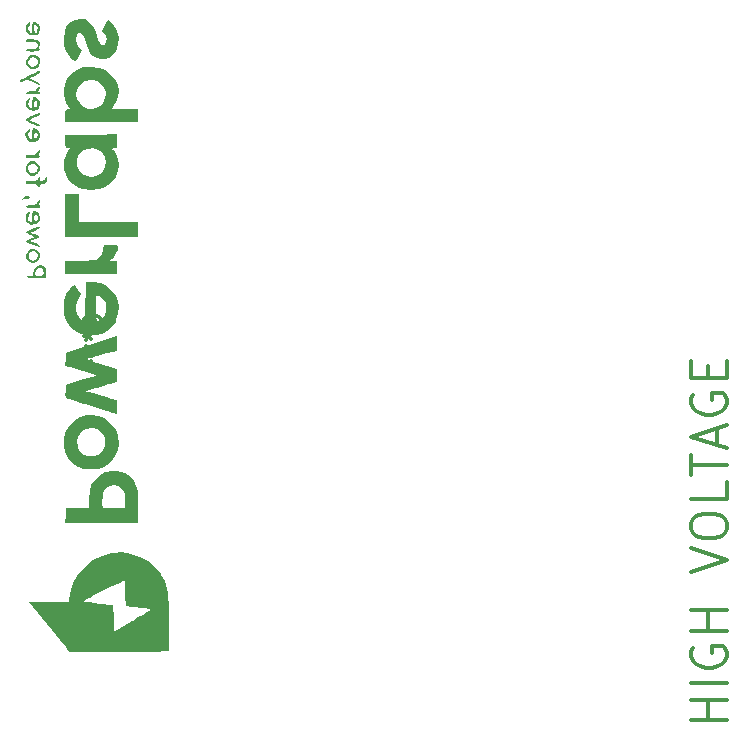
<source format=gbr>
%TF.GenerationSoftware,KiCad,Pcbnew,7.0.10*%
%TF.CreationDate,2024-02-03T01:06:53+01:00*%
%TF.ProjectId,Powerlabstech_Stool,506f7765-726c-4616-9273-746563685f53,rev?*%
%TF.SameCoordinates,Original*%
%TF.FileFunction,Legend,Bot*%
%TF.FilePolarity,Positive*%
%FSLAX46Y46*%
G04 Gerber Fmt 4.6, Leading zero omitted, Abs format (unit mm)*
G04 Created by KiCad (PCBNEW 7.0.10) date 2024-02-03 01:06:53*
%MOMM*%
%LPD*%
G01*
G04 APERTURE LIST*
%ADD10C,0.375000*%
%ADD11C,0.300000*%
G04 APERTURE END LIST*
D10*
X143113357Y-136499004D02*
X140113357Y-136499004D01*
X141541928Y-136499004D02*
X141541928Y-134784718D01*
X143113357Y-134784718D02*
X140113357Y-134784718D01*
X143113357Y-133356147D02*
X140113357Y-133356147D01*
X140256214Y-130356147D02*
X140113357Y-130641862D01*
X140113357Y-130641862D02*
X140113357Y-131070433D01*
X140113357Y-131070433D02*
X140256214Y-131499004D01*
X140256214Y-131499004D02*
X140541928Y-131784719D01*
X140541928Y-131784719D02*
X140827642Y-131927576D01*
X140827642Y-131927576D02*
X141399071Y-132070433D01*
X141399071Y-132070433D02*
X141827642Y-132070433D01*
X141827642Y-132070433D02*
X142399071Y-131927576D01*
X142399071Y-131927576D02*
X142684785Y-131784719D01*
X142684785Y-131784719D02*
X142970500Y-131499004D01*
X142970500Y-131499004D02*
X143113357Y-131070433D01*
X143113357Y-131070433D02*
X143113357Y-130784719D01*
X143113357Y-130784719D02*
X142970500Y-130356147D01*
X142970500Y-130356147D02*
X142827642Y-130213290D01*
X142827642Y-130213290D02*
X141827642Y-130213290D01*
X141827642Y-130213290D02*
X141827642Y-130784719D01*
X143113357Y-128927576D02*
X140113357Y-128927576D01*
X141541928Y-128927576D02*
X141541928Y-127213290D01*
X143113357Y-127213290D02*
X140113357Y-127213290D01*
X140113357Y-123927576D02*
X143113357Y-122927576D01*
X143113357Y-122927576D02*
X140113357Y-121927576D01*
X140113357Y-120356147D02*
X140113357Y-119784719D01*
X140113357Y-119784719D02*
X140256214Y-119499004D01*
X140256214Y-119499004D02*
X140541928Y-119213290D01*
X140541928Y-119213290D02*
X141113357Y-119070433D01*
X141113357Y-119070433D02*
X142113357Y-119070433D01*
X142113357Y-119070433D02*
X142684785Y-119213290D01*
X142684785Y-119213290D02*
X142970500Y-119499004D01*
X142970500Y-119499004D02*
X143113357Y-119784719D01*
X143113357Y-119784719D02*
X143113357Y-120356147D01*
X143113357Y-120356147D02*
X142970500Y-120641862D01*
X142970500Y-120641862D02*
X142684785Y-120927576D01*
X142684785Y-120927576D02*
X142113357Y-121070433D01*
X142113357Y-121070433D02*
X141113357Y-121070433D01*
X141113357Y-121070433D02*
X140541928Y-120927576D01*
X140541928Y-120927576D02*
X140256214Y-120641862D01*
X140256214Y-120641862D02*
X140113357Y-120356147D01*
X143113357Y-116356147D02*
X143113357Y-117784719D01*
X143113357Y-117784719D02*
X140113357Y-117784719D01*
X140113357Y-115784719D02*
X140113357Y-114070434D01*
X143113357Y-114927576D02*
X140113357Y-114927576D01*
X142256214Y-113213291D02*
X142256214Y-111784720D01*
X143113357Y-113499005D02*
X140113357Y-112499005D01*
X140113357Y-112499005D02*
X143113357Y-111499005D01*
X140256214Y-108927576D02*
X140113357Y-109213291D01*
X140113357Y-109213291D02*
X140113357Y-109641862D01*
X140113357Y-109641862D02*
X140256214Y-110070433D01*
X140256214Y-110070433D02*
X140541928Y-110356148D01*
X140541928Y-110356148D02*
X140827642Y-110499005D01*
X140827642Y-110499005D02*
X141399071Y-110641862D01*
X141399071Y-110641862D02*
X141827642Y-110641862D01*
X141827642Y-110641862D02*
X142399071Y-110499005D01*
X142399071Y-110499005D02*
X142684785Y-110356148D01*
X142684785Y-110356148D02*
X142970500Y-110070433D01*
X142970500Y-110070433D02*
X143113357Y-109641862D01*
X143113357Y-109641862D02*
X143113357Y-109356148D01*
X143113357Y-109356148D02*
X142970500Y-108927576D01*
X142970500Y-108927576D02*
X142827642Y-108784719D01*
X142827642Y-108784719D02*
X141827642Y-108784719D01*
X141827642Y-108784719D02*
X141827642Y-109356148D01*
X141541928Y-107499005D02*
X141541928Y-106499005D01*
X143113357Y-106070433D02*
X143113357Y-107499005D01*
X143113357Y-107499005D02*
X140113357Y-107499005D01*
X140113357Y-107499005D02*
X140113357Y-106070433D01*
D11*
X88739757Y-103068572D02*
X88668328Y-102925715D01*
X88668328Y-102925715D02*
X88668328Y-102711429D01*
X88668328Y-102711429D02*
X88739757Y-102497143D01*
X88739757Y-102497143D02*
X88882614Y-102354286D01*
X88882614Y-102354286D02*
X89025471Y-102282857D01*
X89025471Y-102282857D02*
X89311185Y-102211429D01*
X89311185Y-102211429D02*
X89525471Y-102211429D01*
X89525471Y-102211429D02*
X89811185Y-102282857D01*
X89811185Y-102282857D02*
X89954042Y-102354286D01*
X89954042Y-102354286D02*
X90096900Y-102497143D01*
X90096900Y-102497143D02*
X90168328Y-102711429D01*
X90168328Y-102711429D02*
X90168328Y-102854286D01*
X90168328Y-102854286D02*
X90096900Y-103068572D01*
X90096900Y-103068572D02*
X90025471Y-103140000D01*
X90025471Y-103140000D02*
X89525471Y-103140000D01*
X89525471Y-103140000D02*
X89525471Y-102854286D01*
X88668328Y-103997143D02*
X89025471Y-103997143D01*
X88882614Y-103640000D02*
X89025471Y-103997143D01*
X89025471Y-103997143D02*
X88882614Y-104354286D01*
X89311185Y-103782857D02*
X89025471Y-103997143D01*
X89025471Y-103997143D02*
X89311185Y-104211429D01*
X88668328Y-105140000D02*
X89025471Y-105140000D01*
X88882614Y-104782857D02*
X89025471Y-105140000D01*
X89025471Y-105140000D02*
X88882614Y-105497143D01*
X89311185Y-104925714D02*
X89025471Y-105140000D01*
X89025471Y-105140000D02*
X89311185Y-105354286D01*
X88668328Y-106282857D02*
X89025471Y-106282857D01*
X88882614Y-105925714D02*
X89025471Y-106282857D01*
X89025471Y-106282857D02*
X88882614Y-106640000D01*
X89311185Y-106068571D02*
X89025471Y-106282857D01*
X89025471Y-106282857D02*
X89311185Y-106497143D01*
%TO.C,G\u002A\u002A\u002A*%
G36*
X92672383Y-122406039D02*
G01*
X93412447Y-122666577D01*
X94096148Y-123053003D01*
X94694633Y-123552674D01*
X95179046Y-124152944D01*
X95197659Y-124181819D01*
X95379927Y-124478108D01*
X95525986Y-124754923D01*
X95640042Y-125035862D01*
X95726300Y-125344524D01*
X95788968Y-125704507D01*
X95832250Y-126139410D01*
X95860355Y-126672831D01*
X95877487Y-127328369D01*
X95887854Y-128129623D01*
X95888460Y-128195175D01*
X95892424Y-128810566D01*
X95893044Y-129371036D01*
X95890519Y-129853706D01*
X95885052Y-130235697D01*
X95876844Y-130494129D01*
X95866094Y-130606123D01*
X95844803Y-130626524D01*
X95768427Y-130650201D01*
X95625575Y-130669765D01*
X95403390Y-130685572D01*
X95089016Y-130697975D01*
X94669596Y-130707328D01*
X94132274Y-130713987D01*
X93464193Y-130718304D01*
X92652497Y-130720635D01*
X91684329Y-130721333D01*
X91225667Y-130721333D01*
X87546774Y-130721333D01*
X87298464Y-130446166D01*
X87297491Y-130445087D01*
X87177316Y-130305595D01*
X86967227Y-130055300D01*
X86683980Y-129714429D01*
X86344330Y-129303214D01*
X85965032Y-128841883D01*
X85562843Y-128350666D01*
X84075530Y-126530333D01*
X85760891Y-126507432D01*
X87446253Y-126484531D01*
X87452208Y-126447615D01*
X88669924Y-126447615D01*
X88670073Y-126479147D01*
X88732234Y-126487737D01*
X88751045Y-126488463D01*
X88916133Y-126503264D01*
X89205236Y-126534245D01*
X89583700Y-126577584D01*
X90016874Y-126629457D01*
X91178747Y-126771440D01*
X91202207Y-127890100D01*
X91225667Y-129008760D01*
X92741504Y-128133310D01*
X92858524Y-128065629D01*
X93308780Y-127803329D01*
X93704759Y-127569739D01*
X94023296Y-127378721D01*
X94241221Y-127244132D01*
X94335369Y-127179831D01*
X94335590Y-127179609D01*
X94333440Y-127131330D01*
X94217177Y-127086281D01*
X93973030Y-127041959D01*
X93587229Y-126995862D01*
X93046000Y-126945487D01*
X93004145Y-126941743D01*
X92687058Y-126902736D01*
X92437074Y-126854364D01*
X92305167Y-126806211D01*
X92271424Y-126753227D01*
X92230543Y-126559611D01*
X92206928Y-126222678D01*
X92199334Y-125729744D01*
X92195254Y-125353828D01*
X92183370Y-125020174D01*
X92165565Y-124784557D01*
X92143731Y-124682619D01*
X92121593Y-124682805D01*
X91973802Y-124735514D01*
X91708387Y-124852055D01*
X91347631Y-125022053D01*
X90913818Y-125235134D01*
X90429231Y-125480922D01*
X90075585Y-125663305D01*
X89561579Y-125930628D01*
X89177616Y-126134649D01*
X88910090Y-126283439D01*
X88745395Y-126385070D01*
X88669924Y-126447615D01*
X87452208Y-126447615D01*
X87549737Y-125843034D01*
X87615825Y-125513229D01*
X87886962Y-124727315D01*
X88295483Y-124024790D01*
X88827378Y-123419816D01*
X89468637Y-122926554D01*
X90205250Y-122559168D01*
X91023208Y-122331817D01*
X91138586Y-122313203D01*
X91904812Y-122284033D01*
X92672383Y-122406039D01*
G37*
G36*
X91522000Y-104600041D02*
G01*
X91522000Y-105211176D01*
X90315500Y-105533864D01*
X90132516Y-105583135D01*
X89714656Y-105698236D01*
X89363185Y-105798605D01*
X89110575Y-105874848D01*
X88989298Y-105917570D01*
X88974149Y-105957719D01*
X89096015Y-106030369D01*
X89370298Y-106121954D01*
X89494399Y-106157890D01*
X89854236Y-106264330D01*
X90277472Y-106391646D01*
X90696500Y-106519568D01*
X91522000Y-106773816D01*
X91522000Y-107309328D01*
X91522000Y-107844840D01*
X90908167Y-108027521D01*
X90761479Y-108071191D01*
X90157521Y-108251485D01*
X89695284Y-108390629D01*
X89357621Y-108494036D01*
X89127385Y-108567123D01*
X88987430Y-108615304D01*
X88920608Y-108643994D01*
X88909773Y-108658607D01*
X88960064Y-108677429D01*
X89145332Y-108734157D01*
X89432627Y-108817069D01*
X89786334Y-108915716D01*
X89997498Y-108973796D01*
X90416872Y-109089477D01*
X90797661Y-109194906D01*
X91077500Y-109272833D01*
X91522000Y-109397349D01*
X91522000Y-109984008D01*
X91521999Y-109987349D01*
X91510626Y-110285044D01*
X91480768Y-110492668D01*
X91438083Y-110570666D01*
X91428273Y-110569859D01*
X91289471Y-110536177D01*
X91044582Y-110462890D01*
X90739583Y-110363625D01*
X90649435Y-110333568D01*
X90298290Y-110219391D01*
X89850031Y-110076534D01*
X89352866Y-109920285D01*
X88855000Y-109765932D01*
X88621823Y-109693900D01*
X88181646Y-109556240D01*
X87799636Y-109434632D01*
X87510406Y-109340152D01*
X87348567Y-109283877D01*
X87304799Y-109266564D01*
X87196787Y-109206644D01*
X87142559Y-109111682D01*
X87127475Y-108937011D01*
X87136900Y-108637961D01*
X87161667Y-108083449D01*
X88389334Y-107717520D01*
X88604775Y-107653272D01*
X89015366Y-107530638D01*
X89355251Y-107428871D01*
X89593899Y-107357121D01*
X89700781Y-107324536D01*
X89706257Y-107318761D01*
X89631259Y-107273478D01*
X89435156Y-107198763D01*
X89150447Y-107107438D01*
X89130483Y-107101454D01*
X88717249Y-106977439D01*
X88245732Y-106835708D01*
X87814108Y-106705772D01*
X87111882Y-106494147D01*
X87136775Y-105934870D01*
X87161667Y-105375594D01*
X89341834Y-104682249D01*
X91522000Y-103988905D01*
X91522000Y-104600041D01*
G37*
G36*
X88664303Y-77132676D02*
G01*
X88872438Y-77169053D01*
X89038062Y-77263980D01*
X89231286Y-77444833D01*
X89311070Y-77530544D01*
X89481623Y-77768436D01*
X89627487Y-78075703D01*
X89773827Y-78501348D01*
X89780641Y-78523264D01*
X89919549Y-78918738D01*
X90048801Y-79193065D01*
X90157806Y-79323567D01*
X90193139Y-79340352D01*
X90375989Y-79351067D01*
X90512538Y-79240490D01*
X90593247Y-79046482D01*
X90608580Y-78806902D01*
X90548997Y-78559614D01*
X90404962Y-78342477D01*
X90191420Y-78128934D01*
X90439736Y-77670467D01*
X90561262Y-77458909D01*
X90680000Y-77280545D01*
X90749177Y-77212000D01*
X90766277Y-77215182D01*
X90891940Y-77303609D01*
X91066375Y-77481547D01*
X91253303Y-77706082D01*
X91416446Y-77934298D01*
X91519525Y-78123280D01*
X91585167Y-78363915D01*
X91626728Y-78780904D01*
X91609153Y-79219136D01*
X91531776Y-79598248D01*
X91483080Y-79709795D01*
X91311774Y-79972487D01*
X91093700Y-80212081D01*
X90951707Y-80334750D01*
X90766890Y-80452387D01*
X90562211Y-80503110D01*
X90263175Y-80514000D01*
X90119154Y-80509627D01*
X89765371Y-80443551D01*
X89480795Y-80283368D01*
X89247435Y-80010276D01*
X89047301Y-79605476D01*
X88862401Y-79050165D01*
X88792556Y-78838537D01*
X88639512Y-78521932D01*
X88474584Y-78329787D01*
X88313703Y-78271287D01*
X88172798Y-78355619D01*
X88067801Y-78591968D01*
X88025086Y-78870253D01*
X88088944Y-79243835D01*
X88310981Y-79563079D01*
X88552299Y-79799012D01*
X88299770Y-80241172D01*
X88178207Y-80439107D01*
X88048501Y-80615414D01*
X87967234Y-80683333D01*
X87925181Y-80668970D01*
X87775635Y-80571883D01*
X87579795Y-80413405D01*
X87536207Y-80374382D01*
X87310385Y-80127525D01*
X87155083Y-79843263D01*
X87032634Y-79455666D01*
X87018233Y-79396370D01*
X86965715Y-78799570D01*
X87078153Y-78179867D01*
X87095229Y-78125924D01*
X87300387Y-77669883D01*
X87578417Y-77359952D01*
X87945579Y-77183359D01*
X88418133Y-77127333D01*
X88664303Y-77132676D01*
G37*
G36*
X91521999Y-87477833D02*
G01*
X91521763Y-87602231D01*
X91514283Y-87854178D01*
X91485826Y-87987638D01*
X91422480Y-88040169D01*
X91310334Y-88049333D01*
X91171123Y-88070354D01*
X91098667Y-88134000D01*
X91100587Y-88153797D01*
X91167743Y-88218666D01*
X91201667Y-88238589D01*
X91307050Y-88366901D01*
X91436994Y-88574829D01*
X91589753Y-88969041D01*
X91650695Y-89473746D01*
X91593406Y-89980743D01*
X91418507Y-90427673D01*
X91387750Y-90478609D01*
X90985103Y-90980879D01*
X90492016Y-91346667D01*
X89926866Y-91568510D01*
X89330574Y-91636378D01*
X89308027Y-91638944D01*
X88653876Y-91550507D01*
X88279944Y-91422981D01*
X87764957Y-91110055D01*
X87358243Y-90668653D01*
X87066901Y-90105243D01*
X87008520Y-89894222D01*
X86983920Y-89413640D01*
X87037693Y-89131918D01*
X88078706Y-89131918D01*
X88105640Y-89545078D01*
X88253427Y-89929408D01*
X88514955Y-90234456D01*
X88556371Y-90265813D01*
X88938460Y-90457130D01*
X89330574Y-90506446D01*
X89707176Y-90432008D01*
X90042731Y-90252061D01*
X90311701Y-89984850D01*
X90488551Y-89648619D01*
X90547744Y-89261616D01*
X90463744Y-88842084D01*
X90449063Y-88805058D01*
X90219039Y-88437564D01*
X89881295Y-88198446D01*
X89429493Y-88083052D01*
X89007570Y-88101145D01*
X88601956Y-88264914D01*
X88280209Y-88568828D01*
X88179734Y-88740382D01*
X88078706Y-89131918D01*
X87037693Y-89131918D01*
X87079414Y-88913333D01*
X87287246Y-88451500D01*
X87535673Y-88049333D01*
X87327503Y-88049333D01*
X87296091Y-88049048D01*
X87197068Y-88031693D01*
X87144242Y-87959721D01*
X87123151Y-87794900D01*
X87119334Y-87499000D01*
X87119334Y-86948666D01*
X87563834Y-86943306D01*
X87585753Y-86943047D01*
X87828650Y-86940450D01*
X88202046Y-86936733D01*
X88671934Y-86932225D01*
X89204309Y-86927251D01*
X89765165Y-86922139D01*
X91521997Y-86906333D01*
X91521999Y-87477833D01*
G37*
G36*
X89555409Y-99410739D02*
G01*
X90130439Y-99524334D01*
X90655590Y-99776344D01*
X91098376Y-100148449D01*
X91426310Y-100622333D01*
X91565878Y-101002522D01*
X91642433Y-101555860D01*
X91600910Y-102119603D01*
X91440852Y-102630684D01*
X91378567Y-102749538D01*
X91074528Y-103162915D01*
X90683255Y-103524967D01*
X90263817Y-103778112D01*
X90064821Y-103844021D01*
X89845162Y-103877626D01*
X89630270Y-103910501D01*
X89145633Y-103915194D01*
X88678986Y-103859282D01*
X88298402Y-103743949D01*
X88084226Y-103631153D01*
X87613558Y-103256749D01*
X87258785Y-102774743D01*
X87042421Y-102212585D01*
X86965902Y-101602200D01*
X87022051Y-100995459D01*
X87207525Y-100443911D01*
X87514964Y-99982288D01*
X87634777Y-99855267D01*
X87793309Y-99706604D01*
X87883141Y-99648666D01*
X87928997Y-99681629D01*
X88042620Y-99826075D01*
X88183020Y-100046438D01*
X88416130Y-100444210D01*
X88233398Y-100761712D01*
X88100526Y-101090284D01*
X88050667Y-101545290D01*
X88058362Y-101788195D01*
X88119691Y-102127180D01*
X88259835Y-102378851D01*
X88499655Y-102591833D01*
X88770334Y-102783333D01*
X88812667Y-101110166D01*
X88828333Y-100490985D01*
X89744000Y-100490985D01*
X89744000Y-101628232D01*
X89744008Y-101688363D01*
X89745532Y-102127712D01*
X89752460Y-102426155D01*
X89768740Y-102609211D01*
X89798324Y-102702397D01*
X89845162Y-102731232D01*
X89913203Y-102721233D01*
X89963941Y-102700779D01*
X90144031Y-102575135D01*
X90336537Y-102387546D01*
X90353149Y-102368474D01*
X90503558Y-102160901D01*
X90573504Y-101947241D01*
X90590667Y-101646805D01*
X90590300Y-101607547D01*
X90522115Y-101184257D01*
X90326724Y-100862334D01*
X89990525Y-100618467D01*
X89744000Y-100490985D01*
X88828333Y-100490985D01*
X88855000Y-99437000D01*
X89277005Y-99410384D01*
X89555409Y-99410739D01*
G37*
G36*
X89341055Y-81162753D02*
G01*
X89987946Y-81242959D01*
X90547460Y-81468110D01*
X91021428Y-81839231D01*
X91411682Y-82357348D01*
X91564425Y-82722428D01*
X91636318Y-83211508D01*
X91594495Y-83713816D01*
X91444028Y-84179032D01*
X91189989Y-84556833D01*
X91007404Y-84747333D01*
X92153702Y-84747333D01*
X93300000Y-84747333D01*
X93300000Y-85297666D01*
X93300000Y-85848000D01*
X90209667Y-85848000D01*
X89460857Y-85848000D01*
X87119334Y-85848000D01*
X87119334Y-85297666D01*
X87119466Y-85203027D01*
X87126267Y-84946253D01*
X87154282Y-84810227D01*
X87218406Y-84756678D01*
X87333535Y-84747333D01*
X87547737Y-84747333D01*
X87371059Y-84508364D01*
X87349249Y-84477700D01*
X87198160Y-84219170D01*
X87070854Y-83936864D01*
X86991525Y-83578598D01*
X86990492Y-83519666D01*
X88050930Y-83519666D01*
X88051802Y-83554905D01*
X88133031Y-83906064D01*
X88317906Y-84252024D01*
X88565997Y-84514682D01*
X88667705Y-84580442D01*
X89050863Y-84713615D01*
X89460857Y-84716701D01*
X89854700Y-84600404D01*
X90189403Y-84375431D01*
X90421978Y-84052486D01*
X90505382Y-83854138D01*
X90574566Y-83575082D01*
X90547513Y-83313530D01*
X90424397Y-82992249D01*
X90244683Y-82707446D01*
X89934233Y-82449752D01*
X89565500Y-82312268D01*
X89173044Y-82295323D01*
X88791429Y-82399247D01*
X88455215Y-82624370D01*
X88198965Y-82971021D01*
X88185860Y-82998100D01*
X88090142Y-83269874D01*
X88050930Y-83519666D01*
X86990492Y-83519666D01*
X86984283Y-83165610D01*
X87056840Y-82755664D01*
X87282658Y-82227303D01*
X87635517Y-81788275D01*
X88097616Y-81454122D01*
X88651156Y-81240386D01*
X89278334Y-81162610D01*
X89341055Y-81162753D01*
G37*
G36*
X89951076Y-110736337D02*
G01*
X90447609Y-110937780D01*
X90525375Y-110985009D01*
X91018479Y-111386939D01*
X91369802Y-111879833D01*
X91575549Y-112456729D01*
X91631927Y-113110666D01*
X91559696Y-113628897D01*
X91332157Y-114175106D01*
X90954477Y-114647764D01*
X90430888Y-115040069D01*
X90385374Y-115066478D01*
X90172763Y-115173054D01*
X89962536Y-115234432D01*
X89697552Y-115262376D01*
X89466864Y-115266217D01*
X89320667Y-115268651D01*
X89076457Y-115265313D01*
X88739336Y-115240696D01*
X88486071Y-115184180D01*
X88262334Y-115086410D01*
X88187183Y-115045112D01*
X87705312Y-114704853D01*
X87354478Y-114290473D01*
X87104005Y-113767031D01*
X87077748Y-113690226D01*
X86987111Y-113273139D01*
X86989558Y-112932500D01*
X88120014Y-112932500D01*
X88149755Y-113329964D01*
X88187405Y-113446955D01*
X88395347Y-113780408D01*
X88701375Y-114014068D01*
X89070283Y-114140005D01*
X89466864Y-114150291D01*
X89855910Y-114036997D01*
X90202216Y-113792195D01*
X90338879Y-113641809D01*
X90420905Y-113489658D01*
X90456152Y-113287400D01*
X90463667Y-112975533D01*
X90463561Y-112906706D01*
X90454246Y-112626147D01*
X90414100Y-112443906D01*
X90321042Y-112300292D01*
X90152994Y-112135611D01*
X90062192Y-112059927D01*
X89789350Y-111888562D01*
X89535509Y-111793343D01*
X89262740Y-111783613D01*
X88897291Y-111864864D01*
X88567558Y-112027222D01*
X88338854Y-112245982D01*
X88207592Y-112515733D01*
X88120014Y-112932500D01*
X86989558Y-112932500D01*
X86990373Y-112819022D01*
X86993040Y-112790732D01*
X87130532Y-112159821D01*
X87408038Y-111624042D01*
X87824187Y-111185347D01*
X88377607Y-110845687D01*
X88830337Y-110701051D01*
X89392525Y-110656562D01*
X89951076Y-110736337D01*
G37*
G36*
X91615346Y-115414708D02*
G01*
X91867217Y-115477542D01*
X92158026Y-115605126D01*
X92555174Y-115863242D01*
X92937725Y-116290241D01*
X93201905Y-116827467D01*
X93209460Y-116852775D01*
X93246388Y-117082574D01*
X93274980Y-117446407D01*
X93293447Y-117914557D01*
X93300000Y-118457301D01*
X93300000Y-119799333D01*
X91266400Y-119799333D01*
X90205958Y-119799333D01*
X87111915Y-119799333D01*
X87136791Y-119185500D01*
X87161667Y-118571666D01*
X88135334Y-118571666D01*
X89109000Y-118571666D01*
X89125322Y-118226257D01*
X90253119Y-118226257D01*
X90272515Y-118447828D01*
X90315500Y-118550995D01*
X90378866Y-118560518D01*
X90584746Y-118570677D01*
X90893399Y-118576576D01*
X91266400Y-118577158D01*
X92153800Y-118571666D01*
X92158460Y-118012372D01*
X92158556Y-117876812D01*
X92135347Y-117438577D01*
X92066719Y-117125989D01*
X91942266Y-116906715D01*
X91751577Y-116748425D01*
X91606949Y-116674456D01*
X91237088Y-116594469D01*
X90881533Y-116652035D01*
X90580032Y-116836007D01*
X90372331Y-117135237D01*
X90372111Y-117135765D01*
X90316810Y-117341038D01*
X90277233Y-117623872D01*
X90255348Y-117935275D01*
X90253119Y-118226257D01*
X89125322Y-118226257D01*
X89151334Y-117675802D01*
X89173430Y-117283329D01*
X89204609Y-116982612D01*
X89253962Y-116760675D01*
X89332167Y-116570660D01*
X89449905Y-116365707D01*
X89606641Y-116142216D01*
X90013827Y-115758387D01*
X90513688Y-115515248D01*
X91110427Y-115410382D01*
X91321766Y-115401633D01*
X91615346Y-115414708D01*
G37*
G36*
X84515834Y-86399985D02*
G01*
X84614441Y-86435762D01*
X84848263Y-86607546D01*
X84967564Y-86837665D01*
X84976807Y-87086048D01*
X84880457Y-87312619D01*
X84682978Y-87477307D01*
X84535049Y-87508855D01*
X84388834Y-87540037D01*
X84168841Y-87523334D01*
X83979243Y-87437166D01*
X83833839Y-87245000D01*
X83778026Y-87121872D01*
X83735242Y-86936880D01*
X83737744Y-86902921D01*
X83799046Y-86742747D01*
X83911231Y-86582115D01*
X84032712Y-86471967D01*
X84121901Y-86463244D01*
X84141022Y-86510473D01*
X84086856Y-86628344D01*
X84036693Y-86697844D01*
X83989367Y-86901377D01*
X84019737Y-87122208D01*
X84113812Y-87299395D01*
X84257600Y-87372000D01*
X84288784Y-87313948D01*
X84315186Y-87127922D01*
X84320339Y-86991000D01*
X84494667Y-86991000D01*
X84496513Y-87104644D01*
X84510957Y-87296259D01*
X84535049Y-87372000D01*
X84601385Y-87313633D01*
X84710399Y-87166011D01*
X84722038Y-87147932D01*
X84798373Y-86959802D01*
X84751706Y-86785011D01*
X84675628Y-86676178D01*
X84576355Y-86610000D01*
X84551947Y-86627476D01*
X84510893Y-86763772D01*
X84494667Y-86991000D01*
X84320339Y-86991000D01*
X84325334Y-86858294D01*
X84325350Y-86823649D01*
X84330229Y-86556555D01*
X84353891Y-86420278D01*
X84410903Y-86379771D01*
X84515834Y-86399985D01*
G37*
G36*
X84542220Y-93385694D02*
G01*
X84773700Y-93479016D01*
X84926555Y-93673844D01*
X84987406Y-93922760D01*
X84942874Y-94178347D01*
X84779582Y-94393188D01*
X84576355Y-94503467D01*
X84538914Y-94523784D01*
X84247094Y-94549795D01*
X83992270Y-94440229D01*
X83816102Y-94203298D01*
X83771360Y-93970384D01*
X83822079Y-93692658D01*
X83969158Y-93486236D01*
X83999446Y-93465598D01*
X84118534Y-93445033D01*
X84156494Y-93527389D01*
X84080859Y-93661675D01*
X84068688Y-93676651D01*
X84017151Y-93812504D01*
X83987320Y-93997229D01*
X83986519Y-94160003D01*
X84022076Y-94230000D01*
X84056441Y-94236563D01*
X84191409Y-94281392D01*
X84228950Y-94291842D01*
X84289392Y-94261728D01*
X84318072Y-94128032D01*
X84322161Y-93976000D01*
X84494667Y-93976000D01*
X84496749Y-94051891D01*
X84525200Y-94239547D01*
X84576355Y-94314666D01*
X84675179Y-94249506D01*
X84772947Y-94096577D01*
X84817785Y-93933666D01*
X84794774Y-93844670D01*
X84691356Y-93703456D01*
X84568967Y-93637333D01*
X84552329Y-93645951D01*
X84511151Y-93763895D01*
X84494667Y-93976000D01*
X84322161Y-93976000D01*
X84325334Y-93858058D01*
X84327405Y-93681215D01*
X84346525Y-93489177D01*
X84397545Y-93403157D01*
X84494667Y-93383333D01*
X84542220Y-93385694D01*
G37*
G36*
X84576081Y-83753459D02*
G01*
X84778657Y-83890946D01*
X84938061Y-84104392D01*
X85002667Y-84335460D01*
X84996803Y-84422604D01*
X84894898Y-84674074D01*
X84698066Y-84836902D01*
X84563214Y-84873964D01*
X84447871Y-84905665D01*
X84185875Y-84874940D01*
X83953641Y-84739304D01*
X83792733Y-84493333D01*
X83746976Y-84308937D01*
X83786925Y-84134418D01*
X83941658Y-83926554D01*
X84038837Y-83822566D01*
X84127063Y-83765514D01*
X84153325Y-83832170D01*
X84144248Y-83906968D01*
X84071334Y-84027666D01*
X84001103Y-84127857D01*
X83985469Y-84323645D01*
X84040469Y-84527170D01*
X84156000Y-84662666D01*
X84162044Y-84665888D01*
X84252871Y-84701653D01*
X84301744Y-84664369D01*
X84321591Y-84521950D01*
X84324241Y-84324000D01*
X84494667Y-84324000D01*
X84507275Y-84498639D01*
X84563214Y-84640647D01*
X84647346Y-84635481D01*
X84741391Y-84472166D01*
X84754041Y-84431786D01*
X84759687Y-84229121D01*
X84692769Y-84057621D01*
X84576355Y-83985333D01*
X84558050Y-83993963D01*
X84512786Y-84111917D01*
X84494667Y-84324000D01*
X84324241Y-84324000D01*
X84325334Y-84242312D01*
X84326730Y-84094034D01*
X84343458Y-83868489D01*
X84387205Y-83759611D01*
X84468044Y-83731333D01*
X84576081Y-83753459D01*
G37*
G36*
X84986434Y-94759279D02*
G01*
X85002667Y-94816749D01*
X84964514Y-94863027D01*
X84805330Y-94956058D01*
X84564403Y-95058986D01*
X84126140Y-95222473D01*
X84564403Y-95368041D01*
X84740309Y-95432477D01*
X84929281Y-95521050D01*
X85002667Y-95584666D01*
X84963586Y-95626701D01*
X84802134Y-95710598D01*
X84558167Y-95803375D01*
X84113667Y-95951026D01*
X84531801Y-96090915D01*
X84611821Y-96119790D01*
X84827496Y-96221188D01*
X84972326Y-96322423D01*
X85018527Y-96400228D01*
X84938311Y-96431333D01*
X84886419Y-96422499D01*
X84701057Y-96370261D01*
X84444989Y-96287605D01*
X84174395Y-96193667D01*
X83945458Y-96107585D01*
X83814360Y-96048495D01*
X83803916Y-96041638D01*
X83765211Y-95949568D01*
X83886393Y-95847667D01*
X84159555Y-95742932D01*
X84239054Y-95717262D01*
X84421712Y-95639874D01*
X84494667Y-95577831D01*
X84487973Y-95562485D01*
X84378433Y-95490744D01*
X84177167Y-95411671D01*
X84098244Y-95385536D01*
X83869888Y-95287646D01*
X83788866Y-95195037D01*
X83860005Y-95098868D01*
X84088132Y-94990300D01*
X84478072Y-94860491D01*
X84750110Y-94781081D01*
X84914078Y-94746404D01*
X84986434Y-94759279D01*
G37*
G36*
X84649020Y-77423816D02*
G01*
X84833334Y-77550666D01*
X84846458Y-77564152D01*
X84985921Y-77807573D01*
X84988313Y-78058512D01*
X84878911Y-78283715D01*
X84682994Y-78449927D01*
X84609812Y-78470976D01*
X84425838Y-78523892D01*
X84132723Y-78472358D01*
X83942265Y-78352190D01*
X83814991Y-78193368D01*
X83761578Y-78032274D01*
X83759519Y-77778622D01*
X83894712Y-77538880D01*
X83978757Y-77453766D01*
X84100819Y-77404051D01*
X84150686Y-77472109D01*
X84089295Y-77638035D01*
X84032162Y-77750706D01*
X83993972Y-78006760D01*
X84088267Y-78211066D01*
X84183072Y-78288963D01*
X84268400Y-78285355D01*
X84312674Y-78142866D01*
X84322273Y-77918544D01*
X84494667Y-77918544D01*
X84498633Y-78042651D01*
X84537433Y-78249747D01*
X84609812Y-78316340D01*
X84706137Y-78228318D01*
X84751956Y-78137460D01*
X84778726Y-77883941D01*
X84657709Y-77671972D01*
X84586329Y-77610476D01*
X84523118Y-77590301D01*
X84498708Y-77683699D01*
X84494667Y-77918544D01*
X84322273Y-77918544D01*
X84325334Y-77847000D01*
X84327140Y-77683631D01*
X84345832Y-77488935D01*
X84396810Y-77401545D01*
X84494667Y-77381333D01*
X84649020Y-77423816D01*
G37*
G36*
X84961091Y-90542480D02*
G01*
X85002667Y-90708407D01*
X85003901Y-90757048D01*
X85046892Y-90870032D01*
X85183281Y-90864915D01*
X85296673Y-90807551D01*
X85404822Y-90661175D01*
X85406496Y-90654919D01*
X85481544Y-90519874D01*
X85559421Y-90537697D01*
X85595334Y-90699400D01*
X85576663Y-90839947D01*
X85443143Y-91029769D01*
X85197400Y-91097333D01*
X85075282Y-91121627D01*
X85002667Y-91224333D01*
X84987916Y-91283560D01*
X84875667Y-91351333D01*
X84816440Y-91336582D01*
X84748667Y-91224333D01*
X84712946Y-91151546D01*
X84573120Y-91109395D01*
X84297112Y-91097333D01*
X84121154Y-91093236D01*
X83900253Y-91073592D01*
X83791413Y-91043191D01*
X83764960Y-90991222D01*
X83807984Y-90889942D01*
X83929552Y-90851119D01*
X83956831Y-90853390D01*
X84134055Y-90856924D01*
X84378959Y-90853365D01*
X84540370Y-90842172D01*
X84702809Y-90788943D01*
X84773199Y-90674000D01*
X84783646Y-90639263D01*
X84870843Y-90516847D01*
X84961091Y-90542480D01*
G37*
G36*
X85054942Y-97964677D02*
G01*
X85293144Y-98089721D01*
X85452542Y-98337412D01*
X85510667Y-98678298D01*
X85510667Y-99056000D01*
X84920658Y-99056000D01*
X84678112Y-99056000D01*
X84451465Y-99053645D01*
X84125325Y-99040898D01*
X83888573Y-99019573D01*
X83781169Y-98992500D01*
X83776532Y-98974751D01*
X83865359Y-98932131D01*
X84063391Y-98902965D01*
X84143428Y-98896430D01*
X84323518Y-98863029D01*
X84396378Y-98781673D01*
X84401993Y-98711767D01*
X84579334Y-98711767D01*
X84600035Y-98817267D01*
X84698742Y-98873161D01*
X84920658Y-98886666D01*
X85033907Y-98881825D01*
X85256063Y-98813404D01*
X85333279Y-98659822D01*
X85269613Y-98415601D01*
X85203111Y-98316901D01*
X85020899Y-98215847D01*
X84820580Y-98233056D01*
X84666979Y-98373100D01*
X84619883Y-98488682D01*
X84579334Y-98711767D01*
X84401993Y-98711767D01*
X84410000Y-98612089D01*
X84426450Y-98478197D01*
X84543361Y-98222825D01*
X84735598Y-98030983D01*
X84959128Y-97955333D01*
X85054942Y-97964677D01*
G37*
G36*
X84399488Y-78828914D02*
G01*
X84632531Y-78871945D01*
X84814495Y-78952467D01*
X84963165Y-79137659D01*
X84996070Y-79365929D01*
X84901067Y-79565733D01*
X84843351Y-79642702D01*
X84908123Y-79667333D01*
X84950592Y-79676906D01*
X84982521Y-79770106D01*
X84966921Y-79792682D01*
X84831222Y-79849734D01*
X84604183Y-79884557D01*
X84337539Y-79896413D01*
X84083027Y-79884562D01*
X83892380Y-79848262D01*
X83817334Y-79786774D01*
X83822983Y-79756136D01*
X83927183Y-79688101D01*
X84177167Y-79666037D01*
X84229226Y-79665510D01*
X84510124Y-79638800D01*
X84675393Y-79557705D01*
X84769393Y-79402484D01*
X84779240Y-79371205D01*
X84751619Y-79207821D01*
X84570051Y-79108295D01*
X84237845Y-79074666D01*
X84118790Y-79072210D01*
X83901851Y-79052849D01*
X83791413Y-79020524D01*
X83762042Y-78978106D01*
X83796643Y-78897968D01*
X83941268Y-78844604D01*
X84155642Y-78820693D01*
X84399488Y-78828914D01*
G37*
G36*
X84755382Y-80265304D02*
G01*
X84933976Y-80463678D01*
X85002667Y-80752035D01*
X84997265Y-80839415D01*
X84896979Y-81103657D01*
X84701489Y-81277155D01*
X84452057Y-81353591D01*
X84300831Y-81338045D01*
X84189946Y-81326646D01*
X83956417Y-81189999D01*
X83792733Y-80937333D01*
X83783049Y-80902118D01*
X83996868Y-80902118D01*
X84088267Y-81089733D01*
X84096736Y-81097915D01*
X84300831Y-81188248D01*
X84527345Y-81145188D01*
X84714120Y-80979666D01*
X84789213Y-80852338D01*
X84803702Y-80722043D01*
X84714120Y-80556333D01*
X84599124Y-80421076D01*
X84402855Y-80350602D01*
X84150434Y-80432312D01*
X84087413Y-80482991D01*
X83999079Y-80673472D01*
X83996868Y-80902118D01*
X83783049Y-80902118D01*
X83749365Y-80779628D01*
X83776125Y-80597884D01*
X83923167Y-80396071D01*
X83972386Y-80346007D01*
X84233366Y-80192876D01*
X84508105Y-80170506D01*
X84755382Y-80265304D01*
G37*
G36*
X84755295Y-96702301D02*
G01*
X84933984Y-96910154D01*
X85002667Y-97209298D01*
X84993003Y-97315529D01*
X84877203Y-97562953D01*
X84665912Y-97725911D01*
X84404036Y-97789896D01*
X84371403Y-97783859D01*
X84136478Y-97740400D01*
X83908146Y-97562915D01*
X83760809Y-97307085D01*
X83762132Y-97167052D01*
X84002834Y-97167052D01*
X84041739Y-97417062D01*
X84179642Y-97569163D01*
X84371403Y-97612745D01*
X84571878Y-97537195D01*
X84735927Y-97331904D01*
X84795678Y-97188050D01*
X84790820Y-97054652D01*
X84675047Y-96912750D01*
X84623233Y-96863893D01*
X84464062Y-96781546D01*
X84263662Y-96818041D01*
X84245272Y-96824701D01*
X84070066Y-96944216D01*
X84003510Y-97159740D01*
X84002834Y-97167052D01*
X83762132Y-97167052D01*
X83763053Y-97069591D01*
X83923167Y-96821405D01*
X83969578Y-96773947D01*
X84232052Y-96619451D01*
X84507637Y-96600484D01*
X84755295Y-96702301D01*
G37*
G36*
X84954813Y-81536001D02*
G01*
X85002667Y-81615586D01*
X84951320Y-81679775D01*
X84783106Y-81795915D01*
X84538404Y-81928869D01*
X84074141Y-82156565D01*
X84514363Y-82342659D01*
X84697160Y-82426985D01*
X84895914Y-82540114D01*
X84985682Y-82622043D01*
X84988039Y-82629471D01*
X84981606Y-82697762D01*
X84888419Y-82700944D01*
X84687291Y-82634728D01*
X84357036Y-82494828D01*
X84181250Y-82419529D01*
X83945268Y-82339528D01*
X83770316Y-82325466D01*
X83599656Y-82367828D01*
X83589748Y-82371374D01*
X83393011Y-82435029D01*
X83275100Y-82461333D01*
X83253777Y-82454669D01*
X83242622Y-82365135D01*
X83271344Y-82336743D01*
X83422270Y-82242673D01*
X83667421Y-82109873D01*
X83967729Y-81957473D01*
X84284127Y-81804601D01*
X84577544Y-81670388D01*
X84808914Y-81573962D01*
X84939167Y-81534452D01*
X84954813Y-81536001D01*
G37*
G36*
X84531775Y-89198587D02*
G01*
X84585391Y-89214285D01*
X84837554Y-89373832D01*
X84969961Y-89618000D01*
X84970532Y-89905968D01*
X84827189Y-90196915D01*
X84747283Y-90282133D01*
X84491854Y-90410823D01*
X84431235Y-90405845D01*
X84210516Y-90387720D01*
X83940485Y-90212182D01*
X83915704Y-90186907D01*
X83767212Y-89978580D01*
X83750424Y-89765859D01*
X83758628Y-89745000D01*
X83989385Y-89745000D01*
X84025177Y-89977580D01*
X84161296Y-90149658D01*
X84210143Y-90176136D01*
X84431235Y-90208891D01*
X84624813Y-90125843D01*
X84756393Y-89964954D01*
X84791490Y-89764184D01*
X84695618Y-89561492D01*
X84522911Y-89442583D01*
X84288171Y-89411700D01*
X84088267Y-89505600D01*
X84063254Y-89534225D01*
X83989385Y-89745000D01*
X83758628Y-89745000D01*
X83858739Y-89490462D01*
X83980480Y-89315643D01*
X84217877Y-89182313D01*
X84531775Y-89198587D01*
G37*
G36*
X91129008Y-96262398D02*
G01*
X91391591Y-96270342D01*
X91534903Y-96296684D01*
X91594683Y-96352018D01*
X91606667Y-96446935D01*
X91567312Y-96667877D01*
X91433590Y-96980439D01*
X91243631Y-97270690D01*
X91037829Y-97466247D01*
X90802334Y-97612161D01*
X91162167Y-97614414D01*
X91522000Y-97616666D01*
X91522000Y-98189410D01*
X91522000Y-98762153D01*
X89320667Y-98760911D01*
X87119334Y-98759669D01*
X87119334Y-98194128D01*
X87119334Y-97628586D01*
X88430273Y-97601460D01*
X89741212Y-97574333D01*
X90005846Y-97309466D01*
X90041473Y-97272717D01*
X90230387Y-96996849D01*
X90314584Y-96653299D01*
X90358689Y-96262000D01*
X90982678Y-96262000D01*
X91129008Y-96262398D01*
G37*
G36*
X85002667Y-85177950D02*
G01*
X84967958Y-85228977D01*
X84814241Y-85333948D01*
X84579334Y-85448754D01*
X84410298Y-85524424D01*
X84227150Y-85620270D01*
X84156000Y-85678462D01*
X84158078Y-85685412D01*
X84249700Y-85750274D01*
X84435147Y-85830257D01*
X84607832Y-85900891D01*
X84837063Y-86026165D01*
X84975336Y-86143816D01*
X84988404Y-86229152D01*
X84886644Y-86228138D01*
X84681575Y-86165055D01*
X84419402Y-86058386D01*
X84146103Y-85926850D01*
X83907654Y-85789162D01*
X83701640Y-85654433D01*
X84246320Y-85374325D01*
X84291491Y-85351190D01*
X84632182Y-85186830D01*
X84851141Y-85106579D01*
X84968069Y-85105325D01*
X85002667Y-85177950D01*
G37*
G36*
X84934492Y-82867291D02*
G01*
X84982156Y-82961641D01*
X84910179Y-83106513D01*
X84908608Y-83108420D01*
X84838130Y-83228550D01*
X84896834Y-83286491D01*
X84935774Y-83305070D01*
X85002667Y-83399722D01*
X84994043Y-83412758D01*
X84874252Y-83445756D01*
X84653526Y-83467292D01*
X84383256Y-83476470D01*
X84114836Y-83472393D01*
X83899657Y-83454164D01*
X83789112Y-83420889D01*
X83757270Y-83362077D01*
X83842710Y-83295733D01*
X84094149Y-83261198D01*
X84326520Y-83247398D01*
X84517929Y-83234625D01*
X84643219Y-83166330D01*
X84753909Y-82997879D01*
X84768737Y-82960629D01*
X84848487Y-82839538D01*
X84934492Y-82867291D01*
G37*
G36*
X84986831Y-88263282D02*
G01*
X84991242Y-88390641D01*
X84910623Y-88530844D01*
X84864368Y-88595242D01*
X84910623Y-88679774D01*
X84998788Y-88757713D01*
X84965693Y-88833287D01*
X84772726Y-88880009D01*
X84424112Y-88896000D01*
X84422251Y-88896000D01*
X84124214Y-88888525D01*
X83897628Y-88869082D01*
X83791413Y-88841857D01*
X83764960Y-88789888D01*
X83807984Y-88688608D01*
X83929552Y-88649786D01*
X83945657Y-88651333D01*
X84112679Y-88655579D01*
X84348596Y-88652031D01*
X84493691Y-88640807D01*
X84656938Y-88577608D01*
X84748667Y-88430333D01*
X84824902Y-88288752D01*
X84915905Y-88218666D01*
X84986831Y-88263282D01*
G37*
G36*
X84976346Y-92494248D02*
G01*
X84992646Y-92620642D01*
X84901067Y-92773733D01*
X84842163Y-92850343D01*
X84901067Y-92875333D01*
X84948035Y-92889811D01*
X85002667Y-93002333D01*
X84994026Y-93042093D01*
X84916300Y-93095009D01*
X84732006Y-93121864D01*
X84410000Y-93129333D01*
X84254600Y-93128022D01*
X83991958Y-93112308D01*
X83856061Y-93073925D01*
X83817334Y-93006758D01*
X83840208Y-92950637D01*
X83978429Y-92890795D01*
X84261834Y-92858591D01*
X84385794Y-92850246D01*
X84594448Y-92818937D01*
X84695611Y-92756425D01*
X84733389Y-92642500D01*
X84776629Y-92524072D01*
X84881556Y-92452000D01*
X84976346Y-92494248D01*
G37*
G36*
X87690834Y-91961298D02*
G01*
X88262334Y-91986333D01*
X88262334Y-93150579D01*
X88262334Y-94314825D01*
X90781167Y-94314746D01*
X93300000Y-94314666D01*
X93300000Y-94949666D01*
X93300000Y-95584666D01*
X90209667Y-95584666D01*
X87119334Y-95584666D01*
X87119334Y-93760465D01*
X87119334Y-91936263D01*
X87690834Y-91961298D01*
G37*
G36*
X84110051Y-92192150D02*
G01*
X84106446Y-92289420D01*
X83955571Y-92367346D01*
X83667841Y-92409286D01*
X83371628Y-92427270D01*
X83573314Y-92272184D01*
X83769957Y-92157519D01*
X83976496Y-92119029D01*
X84110051Y-92192150D01*
G37*
%TD*%
M02*

</source>
